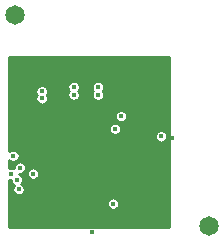
<source format=gbr>
G04 #@! TF.GenerationSoftware,KiCad,Pcbnew,(5.1.6)-1*
G04 #@! TF.CreationDate,2020-08-30T17:28:20+02:00*
G04 #@! TF.ProjectId,Freude_Microcontroller,46726575-6465-45f4-9d69-63726f636f6e,rev?*
G04 #@! TF.SameCoordinates,Original*
G04 #@! TF.FileFunction,Copper,L3,Inr*
G04 #@! TF.FilePolarity,Positive*
%FSLAX46Y46*%
G04 Gerber Fmt 4.6, Leading zero omitted, Abs format (unit mm)*
G04 Created by KiCad (PCBNEW (5.1.6)-1) date 2020-08-30 17:28:20*
%MOMM*%
%LPD*%
G01*
G04 APERTURE LIST*
G04 #@! TA.AperFunction,ViaPad*
%ADD10C,1.650000*%
G04 #@! TD*
G04 #@! TA.AperFunction,ViaPad*
%ADD11C,0.400000*%
G04 #@! TD*
G04 #@! TA.AperFunction,Conductor*
%ADD12C,0.254000*%
G04 #@! TD*
G04 APERTURE END LIST*
D10*
X193675000Y-69025000D03*
X210075000Y-86825000D03*
D11*
X199600000Y-81950000D03*
X200175000Y-87350000D03*
X198100000Y-81950000D03*
X199600000Y-81950000D03*
X199600000Y-81950000D03*
X199600000Y-81950000D03*
X199600000Y-81950000D03*
X196050000Y-80025000D03*
X200800000Y-78200000D03*
X206925000Y-79400000D03*
X198655000Y-73520000D03*
X198070000Y-73515000D03*
X196220000Y-86400000D03*
X202895000Y-81105000D03*
X202150000Y-78650000D03*
X202650000Y-77575000D03*
X194075004Y-81925000D03*
X195200000Y-82425000D03*
X193831361Y-82944696D03*
X193975000Y-83775000D03*
X198630000Y-75070000D03*
X193525000Y-80925000D03*
X206050000Y-79275000D03*
X195930000Y-75465000D03*
X195930000Y-76065000D03*
X201975000Y-84975000D03*
X200675000Y-75075000D03*
X198625000Y-75750000D03*
X200675000Y-75750000D03*
X193325001Y-82449999D03*
D12*
G36*
X206698216Y-72576770D02*
G01*
X206722783Y-86973000D01*
X193152433Y-86973000D01*
X193159417Y-84923095D01*
X201448000Y-84923095D01*
X201448000Y-85026905D01*
X201468252Y-85128720D01*
X201507979Y-85224628D01*
X201565652Y-85310943D01*
X201639057Y-85384348D01*
X201725372Y-85442021D01*
X201821280Y-85481748D01*
X201923095Y-85502000D01*
X202026905Y-85502000D01*
X202128720Y-85481748D01*
X202224628Y-85442021D01*
X202310943Y-85384348D01*
X202384348Y-85310943D01*
X202442021Y-85224628D01*
X202481748Y-85128720D01*
X202502000Y-85026905D01*
X202502000Y-84923095D01*
X202481748Y-84821280D01*
X202442021Y-84725372D01*
X202384348Y-84639057D01*
X202310943Y-84565652D01*
X202224628Y-84507979D01*
X202128720Y-84468252D01*
X202026905Y-84448000D01*
X201923095Y-84448000D01*
X201821280Y-84468252D01*
X201725372Y-84507979D01*
X201639057Y-84565652D01*
X201565652Y-84639057D01*
X201507979Y-84725372D01*
X201468252Y-84821280D01*
X201448000Y-84923095D01*
X193159417Y-84923095D01*
X193166124Y-82954611D01*
X193171281Y-82956747D01*
X193273096Y-82976999D01*
X193304361Y-82976999D01*
X193304361Y-82996601D01*
X193324613Y-83098416D01*
X193364340Y-83194324D01*
X193422013Y-83280639D01*
X193495418Y-83354044D01*
X193581733Y-83411717D01*
X193589694Y-83415015D01*
X193565652Y-83439057D01*
X193507979Y-83525372D01*
X193468252Y-83621280D01*
X193448000Y-83723095D01*
X193448000Y-83826905D01*
X193468252Y-83928720D01*
X193507979Y-84024628D01*
X193565652Y-84110943D01*
X193639057Y-84184348D01*
X193725372Y-84242021D01*
X193821280Y-84281748D01*
X193923095Y-84302000D01*
X194026905Y-84302000D01*
X194128720Y-84281748D01*
X194224628Y-84242021D01*
X194310943Y-84184348D01*
X194384348Y-84110943D01*
X194442021Y-84024628D01*
X194481748Y-83928720D01*
X194502000Y-83826905D01*
X194502000Y-83723095D01*
X194481748Y-83621280D01*
X194442021Y-83525372D01*
X194384348Y-83439057D01*
X194310943Y-83365652D01*
X194224628Y-83307979D01*
X194216667Y-83304681D01*
X194240709Y-83280639D01*
X194298382Y-83194324D01*
X194338109Y-83098416D01*
X194358361Y-82996601D01*
X194358361Y-82892791D01*
X194338109Y-82790976D01*
X194298382Y-82695068D01*
X194240709Y-82608753D01*
X194167304Y-82535348D01*
X194080989Y-82477675D01*
X194015223Y-82450433D01*
X194023099Y-82452000D01*
X194126909Y-82452000D01*
X194228724Y-82431748D01*
X194324632Y-82392021D01*
X194352957Y-82373095D01*
X194673000Y-82373095D01*
X194673000Y-82476905D01*
X194693252Y-82578720D01*
X194732979Y-82674628D01*
X194790652Y-82760943D01*
X194864057Y-82834348D01*
X194950372Y-82892021D01*
X195046280Y-82931748D01*
X195148095Y-82952000D01*
X195251905Y-82952000D01*
X195353720Y-82931748D01*
X195449628Y-82892021D01*
X195535943Y-82834348D01*
X195609348Y-82760943D01*
X195667021Y-82674628D01*
X195706748Y-82578720D01*
X195727000Y-82476905D01*
X195727000Y-82373095D01*
X195706748Y-82271280D01*
X195667021Y-82175372D01*
X195609348Y-82089057D01*
X195535943Y-82015652D01*
X195449628Y-81957979D01*
X195353720Y-81918252D01*
X195251905Y-81898000D01*
X195148095Y-81898000D01*
X195046280Y-81918252D01*
X194950372Y-81957979D01*
X194864057Y-82015652D01*
X194790652Y-82089057D01*
X194732979Y-82175372D01*
X194693252Y-82271280D01*
X194673000Y-82373095D01*
X194352957Y-82373095D01*
X194410947Y-82334348D01*
X194484352Y-82260943D01*
X194542025Y-82174628D01*
X194581752Y-82078720D01*
X194602004Y-81976905D01*
X194602004Y-81873095D01*
X194581752Y-81771280D01*
X194542025Y-81675372D01*
X194484352Y-81589057D01*
X194410947Y-81515652D01*
X194324632Y-81457979D01*
X194228724Y-81418252D01*
X194126909Y-81398000D01*
X194023099Y-81398000D01*
X193921284Y-81418252D01*
X193825376Y-81457979D01*
X193739061Y-81515652D01*
X193665656Y-81589057D01*
X193607983Y-81675372D01*
X193568256Y-81771280D01*
X193548004Y-81873095D01*
X193548004Y-81971949D01*
X193478721Y-81943251D01*
X193376906Y-81922999D01*
X193273096Y-81922999D01*
X193171281Y-81943251D01*
X193169568Y-81943961D01*
X193171704Y-81316995D01*
X193189057Y-81334348D01*
X193275372Y-81392021D01*
X193371280Y-81431748D01*
X193473095Y-81452000D01*
X193576905Y-81452000D01*
X193678720Y-81431748D01*
X193774628Y-81392021D01*
X193860943Y-81334348D01*
X193934348Y-81260943D01*
X193992021Y-81174628D01*
X194031748Y-81078720D01*
X194052000Y-80976905D01*
X194052000Y-80873095D01*
X194031748Y-80771280D01*
X193992021Y-80675372D01*
X193934348Y-80589057D01*
X193860943Y-80515652D01*
X193774628Y-80457979D01*
X193678720Y-80418252D01*
X193576905Y-80398000D01*
X193473095Y-80398000D01*
X193371280Y-80418252D01*
X193275372Y-80457979D01*
X193189057Y-80515652D01*
X193174384Y-80530325D01*
X193178837Y-79223095D01*
X205523000Y-79223095D01*
X205523000Y-79326905D01*
X205543252Y-79428720D01*
X205582979Y-79524628D01*
X205640652Y-79610943D01*
X205714057Y-79684348D01*
X205800372Y-79742021D01*
X205896280Y-79781748D01*
X205998095Y-79802000D01*
X206101905Y-79802000D01*
X206203720Y-79781748D01*
X206299628Y-79742021D01*
X206385943Y-79684348D01*
X206459348Y-79610943D01*
X206517021Y-79524628D01*
X206556748Y-79428720D01*
X206577000Y-79326905D01*
X206577000Y-79223095D01*
X206556748Y-79121280D01*
X206517021Y-79025372D01*
X206459348Y-78939057D01*
X206385943Y-78865652D01*
X206299628Y-78807979D01*
X206203720Y-78768252D01*
X206101905Y-78748000D01*
X205998095Y-78748000D01*
X205896280Y-78768252D01*
X205800372Y-78807979D01*
X205714057Y-78865652D01*
X205640652Y-78939057D01*
X205582979Y-79025372D01*
X205543252Y-79121280D01*
X205523000Y-79223095D01*
X193178837Y-79223095D01*
X193180967Y-78598095D01*
X201623000Y-78598095D01*
X201623000Y-78701905D01*
X201643252Y-78803720D01*
X201682979Y-78899628D01*
X201740652Y-78985943D01*
X201814057Y-79059348D01*
X201900372Y-79117021D01*
X201996280Y-79156748D01*
X202098095Y-79177000D01*
X202201905Y-79177000D01*
X202303720Y-79156748D01*
X202399628Y-79117021D01*
X202485943Y-79059348D01*
X202559348Y-78985943D01*
X202617021Y-78899628D01*
X202656748Y-78803720D01*
X202677000Y-78701905D01*
X202677000Y-78598095D01*
X202656748Y-78496280D01*
X202617021Y-78400372D01*
X202559348Y-78314057D01*
X202485943Y-78240652D01*
X202399628Y-78182979D01*
X202303720Y-78143252D01*
X202201905Y-78123000D01*
X202098095Y-78123000D01*
X201996280Y-78143252D01*
X201900372Y-78182979D01*
X201814057Y-78240652D01*
X201740652Y-78314057D01*
X201682979Y-78400372D01*
X201643252Y-78496280D01*
X201623000Y-78598095D01*
X193180967Y-78598095D01*
X193184629Y-77523095D01*
X202123000Y-77523095D01*
X202123000Y-77626905D01*
X202143252Y-77728720D01*
X202182979Y-77824628D01*
X202240652Y-77910943D01*
X202314057Y-77984348D01*
X202400372Y-78042021D01*
X202496280Y-78081748D01*
X202598095Y-78102000D01*
X202701905Y-78102000D01*
X202803720Y-78081748D01*
X202899628Y-78042021D01*
X202985943Y-77984348D01*
X203059348Y-77910943D01*
X203117021Y-77824628D01*
X203156748Y-77728720D01*
X203177000Y-77626905D01*
X203177000Y-77523095D01*
X203156748Y-77421280D01*
X203117021Y-77325372D01*
X203059348Y-77239057D01*
X202985943Y-77165652D01*
X202899628Y-77107979D01*
X202803720Y-77068252D01*
X202701905Y-77048000D01*
X202598095Y-77048000D01*
X202496280Y-77068252D01*
X202400372Y-77107979D01*
X202314057Y-77165652D01*
X202240652Y-77239057D01*
X202182979Y-77325372D01*
X202143252Y-77421280D01*
X202123000Y-77523095D01*
X193184629Y-77523095D01*
X193191819Y-75413095D01*
X195403000Y-75413095D01*
X195403000Y-75516905D01*
X195423252Y-75618720D01*
X195462979Y-75714628D01*
X195496636Y-75765000D01*
X195462979Y-75815372D01*
X195423252Y-75911280D01*
X195403000Y-76013095D01*
X195403000Y-76116905D01*
X195423252Y-76218720D01*
X195462979Y-76314628D01*
X195520652Y-76400943D01*
X195594057Y-76474348D01*
X195680372Y-76532021D01*
X195776280Y-76571748D01*
X195878095Y-76592000D01*
X195981905Y-76592000D01*
X196083720Y-76571748D01*
X196179628Y-76532021D01*
X196265943Y-76474348D01*
X196339348Y-76400943D01*
X196397021Y-76314628D01*
X196436748Y-76218720D01*
X196457000Y-76116905D01*
X196457000Y-76013095D01*
X196436748Y-75911280D01*
X196397021Y-75815372D01*
X196363364Y-75765000D01*
X196397021Y-75714628D01*
X196403869Y-75698095D01*
X198098000Y-75698095D01*
X198098000Y-75801905D01*
X198118252Y-75903720D01*
X198157979Y-75999628D01*
X198215652Y-76085943D01*
X198289057Y-76159348D01*
X198375372Y-76217021D01*
X198471280Y-76256748D01*
X198573095Y-76277000D01*
X198676905Y-76277000D01*
X198778720Y-76256748D01*
X198874628Y-76217021D01*
X198960943Y-76159348D01*
X199034348Y-76085943D01*
X199092021Y-75999628D01*
X199131748Y-75903720D01*
X199152000Y-75801905D01*
X199152000Y-75698095D01*
X199131748Y-75596280D01*
X199092021Y-75500372D01*
X199034348Y-75414057D01*
X199032791Y-75412500D01*
X199039348Y-75405943D01*
X199097021Y-75319628D01*
X199136748Y-75223720D01*
X199157000Y-75121905D01*
X199157000Y-75023095D01*
X200148000Y-75023095D01*
X200148000Y-75126905D01*
X200168252Y-75228720D01*
X200207979Y-75324628D01*
X200265652Y-75410943D01*
X200267209Y-75412500D01*
X200265652Y-75414057D01*
X200207979Y-75500372D01*
X200168252Y-75596280D01*
X200148000Y-75698095D01*
X200148000Y-75801905D01*
X200168252Y-75903720D01*
X200207979Y-75999628D01*
X200265652Y-76085943D01*
X200339057Y-76159348D01*
X200425372Y-76217021D01*
X200521280Y-76256748D01*
X200623095Y-76277000D01*
X200726905Y-76277000D01*
X200828720Y-76256748D01*
X200924628Y-76217021D01*
X201010943Y-76159348D01*
X201084348Y-76085943D01*
X201142021Y-75999628D01*
X201181748Y-75903720D01*
X201202000Y-75801905D01*
X201202000Y-75698095D01*
X201181748Y-75596280D01*
X201142021Y-75500372D01*
X201084348Y-75414057D01*
X201082791Y-75412500D01*
X201084348Y-75410943D01*
X201142021Y-75324628D01*
X201181748Y-75228720D01*
X201202000Y-75126905D01*
X201202000Y-75023095D01*
X201181748Y-74921280D01*
X201142021Y-74825372D01*
X201084348Y-74739057D01*
X201010943Y-74665652D01*
X200924628Y-74607979D01*
X200828720Y-74568252D01*
X200726905Y-74548000D01*
X200623095Y-74548000D01*
X200521280Y-74568252D01*
X200425372Y-74607979D01*
X200339057Y-74665652D01*
X200265652Y-74739057D01*
X200207979Y-74825372D01*
X200168252Y-74921280D01*
X200148000Y-75023095D01*
X199157000Y-75023095D01*
X199157000Y-75018095D01*
X199136748Y-74916280D01*
X199097021Y-74820372D01*
X199039348Y-74734057D01*
X198965943Y-74660652D01*
X198879628Y-74602979D01*
X198783720Y-74563252D01*
X198681905Y-74543000D01*
X198578095Y-74543000D01*
X198476280Y-74563252D01*
X198380372Y-74602979D01*
X198294057Y-74660652D01*
X198220652Y-74734057D01*
X198162979Y-74820372D01*
X198123252Y-74916280D01*
X198103000Y-75018095D01*
X198103000Y-75121905D01*
X198123252Y-75223720D01*
X198162979Y-75319628D01*
X198220652Y-75405943D01*
X198222209Y-75407500D01*
X198215652Y-75414057D01*
X198157979Y-75500372D01*
X198118252Y-75596280D01*
X198098000Y-75698095D01*
X196403869Y-75698095D01*
X196436748Y-75618720D01*
X196457000Y-75516905D01*
X196457000Y-75413095D01*
X196436748Y-75311280D01*
X196397021Y-75215372D01*
X196339348Y-75129057D01*
X196265943Y-75055652D01*
X196179628Y-74997979D01*
X196083720Y-74958252D01*
X195981905Y-74938000D01*
X195878095Y-74938000D01*
X195776280Y-74958252D01*
X195680372Y-74997979D01*
X195594057Y-75055652D01*
X195520652Y-75129057D01*
X195462979Y-75215372D01*
X195423252Y-75311280D01*
X195403000Y-75413095D01*
X193191819Y-75413095D01*
X193201567Y-72552231D01*
X206698216Y-72576770D01*
G37*
X206698216Y-72576770D02*
X206722783Y-86973000D01*
X193152433Y-86973000D01*
X193159417Y-84923095D01*
X201448000Y-84923095D01*
X201448000Y-85026905D01*
X201468252Y-85128720D01*
X201507979Y-85224628D01*
X201565652Y-85310943D01*
X201639057Y-85384348D01*
X201725372Y-85442021D01*
X201821280Y-85481748D01*
X201923095Y-85502000D01*
X202026905Y-85502000D01*
X202128720Y-85481748D01*
X202224628Y-85442021D01*
X202310943Y-85384348D01*
X202384348Y-85310943D01*
X202442021Y-85224628D01*
X202481748Y-85128720D01*
X202502000Y-85026905D01*
X202502000Y-84923095D01*
X202481748Y-84821280D01*
X202442021Y-84725372D01*
X202384348Y-84639057D01*
X202310943Y-84565652D01*
X202224628Y-84507979D01*
X202128720Y-84468252D01*
X202026905Y-84448000D01*
X201923095Y-84448000D01*
X201821280Y-84468252D01*
X201725372Y-84507979D01*
X201639057Y-84565652D01*
X201565652Y-84639057D01*
X201507979Y-84725372D01*
X201468252Y-84821280D01*
X201448000Y-84923095D01*
X193159417Y-84923095D01*
X193166124Y-82954611D01*
X193171281Y-82956747D01*
X193273096Y-82976999D01*
X193304361Y-82976999D01*
X193304361Y-82996601D01*
X193324613Y-83098416D01*
X193364340Y-83194324D01*
X193422013Y-83280639D01*
X193495418Y-83354044D01*
X193581733Y-83411717D01*
X193589694Y-83415015D01*
X193565652Y-83439057D01*
X193507979Y-83525372D01*
X193468252Y-83621280D01*
X193448000Y-83723095D01*
X193448000Y-83826905D01*
X193468252Y-83928720D01*
X193507979Y-84024628D01*
X193565652Y-84110943D01*
X193639057Y-84184348D01*
X193725372Y-84242021D01*
X193821280Y-84281748D01*
X193923095Y-84302000D01*
X194026905Y-84302000D01*
X194128720Y-84281748D01*
X194224628Y-84242021D01*
X194310943Y-84184348D01*
X194384348Y-84110943D01*
X194442021Y-84024628D01*
X194481748Y-83928720D01*
X194502000Y-83826905D01*
X194502000Y-83723095D01*
X194481748Y-83621280D01*
X194442021Y-83525372D01*
X194384348Y-83439057D01*
X194310943Y-83365652D01*
X194224628Y-83307979D01*
X194216667Y-83304681D01*
X194240709Y-83280639D01*
X194298382Y-83194324D01*
X194338109Y-83098416D01*
X194358361Y-82996601D01*
X194358361Y-82892791D01*
X194338109Y-82790976D01*
X194298382Y-82695068D01*
X194240709Y-82608753D01*
X194167304Y-82535348D01*
X194080989Y-82477675D01*
X194015223Y-82450433D01*
X194023099Y-82452000D01*
X194126909Y-82452000D01*
X194228724Y-82431748D01*
X194324632Y-82392021D01*
X194352957Y-82373095D01*
X194673000Y-82373095D01*
X194673000Y-82476905D01*
X194693252Y-82578720D01*
X194732979Y-82674628D01*
X194790652Y-82760943D01*
X194864057Y-82834348D01*
X194950372Y-82892021D01*
X195046280Y-82931748D01*
X195148095Y-82952000D01*
X195251905Y-82952000D01*
X195353720Y-82931748D01*
X195449628Y-82892021D01*
X195535943Y-82834348D01*
X195609348Y-82760943D01*
X195667021Y-82674628D01*
X195706748Y-82578720D01*
X195727000Y-82476905D01*
X195727000Y-82373095D01*
X195706748Y-82271280D01*
X195667021Y-82175372D01*
X195609348Y-82089057D01*
X195535943Y-82015652D01*
X195449628Y-81957979D01*
X195353720Y-81918252D01*
X195251905Y-81898000D01*
X195148095Y-81898000D01*
X195046280Y-81918252D01*
X194950372Y-81957979D01*
X194864057Y-82015652D01*
X194790652Y-82089057D01*
X194732979Y-82175372D01*
X194693252Y-82271280D01*
X194673000Y-82373095D01*
X194352957Y-82373095D01*
X194410947Y-82334348D01*
X194484352Y-82260943D01*
X194542025Y-82174628D01*
X194581752Y-82078720D01*
X194602004Y-81976905D01*
X194602004Y-81873095D01*
X194581752Y-81771280D01*
X194542025Y-81675372D01*
X194484352Y-81589057D01*
X194410947Y-81515652D01*
X194324632Y-81457979D01*
X194228724Y-81418252D01*
X194126909Y-81398000D01*
X194023099Y-81398000D01*
X193921284Y-81418252D01*
X193825376Y-81457979D01*
X193739061Y-81515652D01*
X193665656Y-81589057D01*
X193607983Y-81675372D01*
X193568256Y-81771280D01*
X193548004Y-81873095D01*
X193548004Y-81971949D01*
X193478721Y-81943251D01*
X193376906Y-81922999D01*
X193273096Y-81922999D01*
X193171281Y-81943251D01*
X193169568Y-81943961D01*
X193171704Y-81316995D01*
X193189057Y-81334348D01*
X193275372Y-81392021D01*
X193371280Y-81431748D01*
X193473095Y-81452000D01*
X193576905Y-81452000D01*
X193678720Y-81431748D01*
X193774628Y-81392021D01*
X193860943Y-81334348D01*
X193934348Y-81260943D01*
X193992021Y-81174628D01*
X194031748Y-81078720D01*
X194052000Y-80976905D01*
X194052000Y-80873095D01*
X194031748Y-80771280D01*
X193992021Y-80675372D01*
X193934348Y-80589057D01*
X193860943Y-80515652D01*
X193774628Y-80457979D01*
X193678720Y-80418252D01*
X193576905Y-80398000D01*
X193473095Y-80398000D01*
X193371280Y-80418252D01*
X193275372Y-80457979D01*
X193189057Y-80515652D01*
X193174384Y-80530325D01*
X193178837Y-79223095D01*
X205523000Y-79223095D01*
X205523000Y-79326905D01*
X205543252Y-79428720D01*
X205582979Y-79524628D01*
X205640652Y-79610943D01*
X205714057Y-79684348D01*
X205800372Y-79742021D01*
X205896280Y-79781748D01*
X205998095Y-79802000D01*
X206101905Y-79802000D01*
X206203720Y-79781748D01*
X206299628Y-79742021D01*
X206385943Y-79684348D01*
X206459348Y-79610943D01*
X206517021Y-79524628D01*
X206556748Y-79428720D01*
X206577000Y-79326905D01*
X206577000Y-79223095D01*
X206556748Y-79121280D01*
X206517021Y-79025372D01*
X206459348Y-78939057D01*
X206385943Y-78865652D01*
X206299628Y-78807979D01*
X206203720Y-78768252D01*
X206101905Y-78748000D01*
X205998095Y-78748000D01*
X205896280Y-78768252D01*
X205800372Y-78807979D01*
X205714057Y-78865652D01*
X205640652Y-78939057D01*
X205582979Y-79025372D01*
X205543252Y-79121280D01*
X205523000Y-79223095D01*
X193178837Y-79223095D01*
X193180967Y-78598095D01*
X201623000Y-78598095D01*
X201623000Y-78701905D01*
X201643252Y-78803720D01*
X201682979Y-78899628D01*
X201740652Y-78985943D01*
X201814057Y-79059348D01*
X201900372Y-79117021D01*
X201996280Y-79156748D01*
X202098095Y-79177000D01*
X202201905Y-79177000D01*
X202303720Y-79156748D01*
X202399628Y-79117021D01*
X202485943Y-79059348D01*
X202559348Y-78985943D01*
X202617021Y-78899628D01*
X202656748Y-78803720D01*
X202677000Y-78701905D01*
X202677000Y-78598095D01*
X202656748Y-78496280D01*
X202617021Y-78400372D01*
X202559348Y-78314057D01*
X202485943Y-78240652D01*
X202399628Y-78182979D01*
X202303720Y-78143252D01*
X202201905Y-78123000D01*
X202098095Y-78123000D01*
X201996280Y-78143252D01*
X201900372Y-78182979D01*
X201814057Y-78240652D01*
X201740652Y-78314057D01*
X201682979Y-78400372D01*
X201643252Y-78496280D01*
X201623000Y-78598095D01*
X193180967Y-78598095D01*
X193184629Y-77523095D01*
X202123000Y-77523095D01*
X202123000Y-77626905D01*
X202143252Y-77728720D01*
X202182979Y-77824628D01*
X202240652Y-77910943D01*
X202314057Y-77984348D01*
X202400372Y-78042021D01*
X202496280Y-78081748D01*
X202598095Y-78102000D01*
X202701905Y-78102000D01*
X202803720Y-78081748D01*
X202899628Y-78042021D01*
X202985943Y-77984348D01*
X203059348Y-77910943D01*
X203117021Y-77824628D01*
X203156748Y-77728720D01*
X203177000Y-77626905D01*
X203177000Y-77523095D01*
X203156748Y-77421280D01*
X203117021Y-77325372D01*
X203059348Y-77239057D01*
X202985943Y-77165652D01*
X202899628Y-77107979D01*
X202803720Y-77068252D01*
X202701905Y-77048000D01*
X202598095Y-77048000D01*
X202496280Y-77068252D01*
X202400372Y-77107979D01*
X202314057Y-77165652D01*
X202240652Y-77239057D01*
X202182979Y-77325372D01*
X202143252Y-77421280D01*
X202123000Y-77523095D01*
X193184629Y-77523095D01*
X193191819Y-75413095D01*
X195403000Y-75413095D01*
X195403000Y-75516905D01*
X195423252Y-75618720D01*
X195462979Y-75714628D01*
X195496636Y-75765000D01*
X195462979Y-75815372D01*
X195423252Y-75911280D01*
X195403000Y-76013095D01*
X195403000Y-76116905D01*
X195423252Y-76218720D01*
X195462979Y-76314628D01*
X195520652Y-76400943D01*
X195594057Y-76474348D01*
X195680372Y-76532021D01*
X195776280Y-76571748D01*
X195878095Y-76592000D01*
X195981905Y-76592000D01*
X196083720Y-76571748D01*
X196179628Y-76532021D01*
X196265943Y-76474348D01*
X196339348Y-76400943D01*
X196397021Y-76314628D01*
X196436748Y-76218720D01*
X196457000Y-76116905D01*
X196457000Y-76013095D01*
X196436748Y-75911280D01*
X196397021Y-75815372D01*
X196363364Y-75765000D01*
X196397021Y-75714628D01*
X196403869Y-75698095D01*
X198098000Y-75698095D01*
X198098000Y-75801905D01*
X198118252Y-75903720D01*
X198157979Y-75999628D01*
X198215652Y-76085943D01*
X198289057Y-76159348D01*
X198375372Y-76217021D01*
X198471280Y-76256748D01*
X198573095Y-76277000D01*
X198676905Y-76277000D01*
X198778720Y-76256748D01*
X198874628Y-76217021D01*
X198960943Y-76159348D01*
X199034348Y-76085943D01*
X199092021Y-75999628D01*
X199131748Y-75903720D01*
X199152000Y-75801905D01*
X199152000Y-75698095D01*
X199131748Y-75596280D01*
X199092021Y-75500372D01*
X199034348Y-75414057D01*
X199032791Y-75412500D01*
X199039348Y-75405943D01*
X199097021Y-75319628D01*
X199136748Y-75223720D01*
X199157000Y-75121905D01*
X199157000Y-75023095D01*
X200148000Y-75023095D01*
X200148000Y-75126905D01*
X200168252Y-75228720D01*
X200207979Y-75324628D01*
X200265652Y-75410943D01*
X200267209Y-75412500D01*
X200265652Y-75414057D01*
X200207979Y-75500372D01*
X200168252Y-75596280D01*
X200148000Y-75698095D01*
X200148000Y-75801905D01*
X200168252Y-75903720D01*
X200207979Y-75999628D01*
X200265652Y-76085943D01*
X200339057Y-76159348D01*
X200425372Y-76217021D01*
X200521280Y-76256748D01*
X200623095Y-76277000D01*
X200726905Y-76277000D01*
X200828720Y-76256748D01*
X200924628Y-76217021D01*
X201010943Y-76159348D01*
X201084348Y-76085943D01*
X201142021Y-75999628D01*
X201181748Y-75903720D01*
X201202000Y-75801905D01*
X201202000Y-75698095D01*
X201181748Y-75596280D01*
X201142021Y-75500372D01*
X201084348Y-75414057D01*
X201082791Y-75412500D01*
X201084348Y-75410943D01*
X201142021Y-75324628D01*
X201181748Y-75228720D01*
X201202000Y-75126905D01*
X201202000Y-75023095D01*
X201181748Y-74921280D01*
X201142021Y-74825372D01*
X201084348Y-74739057D01*
X201010943Y-74665652D01*
X200924628Y-74607979D01*
X200828720Y-74568252D01*
X200726905Y-74548000D01*
X200623095Y-74548000D01*
X200521280Y-74568252D01*
X200425372Y-74607979D01*
X200339057Y-74665652D01*
X200265652Y-74739057D01*
X200207979Y-74825372D01*
X200168252Y-74921280D01*
X200148000Y-75023095D01*
X199157000Y-75023095D01*
X199157000Y-75018095D01*
X199136748Y-74916280D01*
X199097021Y-74820372D01*
X199039348Y-74734057D01*
X198965943Y-74660652D01*
X198879628Y-74602979D01*
X198783720Y-74563252D01*
X198681905Y-74543000D01*
X198578095Y-74543000D01*
X198476280Y-74563252D01*
X198380372Y-74602979D01*
X198294057Y-74660652D01*
X198220652Y-74734057D01*
X198162979Y-74820372D01*
X198123252Y-74916280D01*
X198103000Y-75018095D01*
X198103000Y-75121905D01*
X198123252Y-75223720D01*
X198162979Y-75319628D01*
X198220652Y-75405943D01*
X198222209Y-75407500D01*
X198215652Y-75414057D01*
X198157979Y-75500372D01*
X198118252Y-75596280D01*
X198098000Y-75698095D01*
X196403869Y-75698095D01*
X196436748Y-75618720D01*
X196457000Y-75516905D01*
X196457000Y-75413095D01*
X196436748Y-75311280D01*
X196397021Y-75215372D01*
X196339348Y-75129057D01*
X196265943Y-75055652D01*
X196179628Y-74997979D01*
X196083720Y-74958252D01*
X195981905Y-74938000D01*
X195878095Y-74938000D01*
X195776280Y-74958252D01*
X195680372Y-74997979D01*
X195594057Y-75055652D01*
X195520652Y-75129057D01*
X195462979Y-75215372D01*
X195423252Y-75311280D01*
X195403000Y-75413095D01*
X193191819Y-75413095D01*
X193201567Y-72552231D01*
X206698216Y-72576770D01*
M02*

</source>
